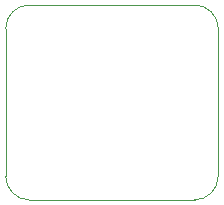
<source format=gbr>
%TF.GenerationSoftware,KiCad,Pcbnew,(5.1.10)-1*%
%TF.CreationDate,2021-06-03T16:35:32+08:00*%
%TF.ProjectId,u1,75312e6b-6963-4616-945f-706362585858,rev?*%
%TF.SameCoordinates,Original*%
%TF.FileFunction,Profile,NP*%
%FSLAX46Y46*%
G04 Gerber Fmt 4.6, Leading zero omitted, Abs format (unit mm)*
G04 Created by KiCad (PCBNEW (5.1.10)-1) date 2021-06-03 16:35:32*
%MOMM*%
%LPD*%
G01*
G04 APERTURE LIST*
%TA.AperFunction,Profile*%
%ADD10C,0.050000*%
%TD*%
G04 APERTURE END LIST*
D10*
X118000000Y-104500000D02*
G75*
G02*
X116000000Y-106500000I-2000000J0D01*
G01*
X102000000Y-106500000D02*
G75*
G02*
X100000000Y-104500000I0J2000000D01*
G01*
X116000000Y-90000000D02*
G75*
G02*
X118000000Y-92000000I0J-2000000D01*
G01*
X100000000Y-92000000D02*
G75*
G02*
X102000000Y-90000000I2000000J0D01*
G01*
X116000000Y-90000000D02*
X102000000Y-90000000D01*
X118000000Y-104500000D02*
X118000000Y-92000000D01*
X102000000Y-106500000D02*
X116000000Y-106500000D01*
X100000000Y-92000000D02*
X100000000Y-104500000D01*
M02*

</source>
